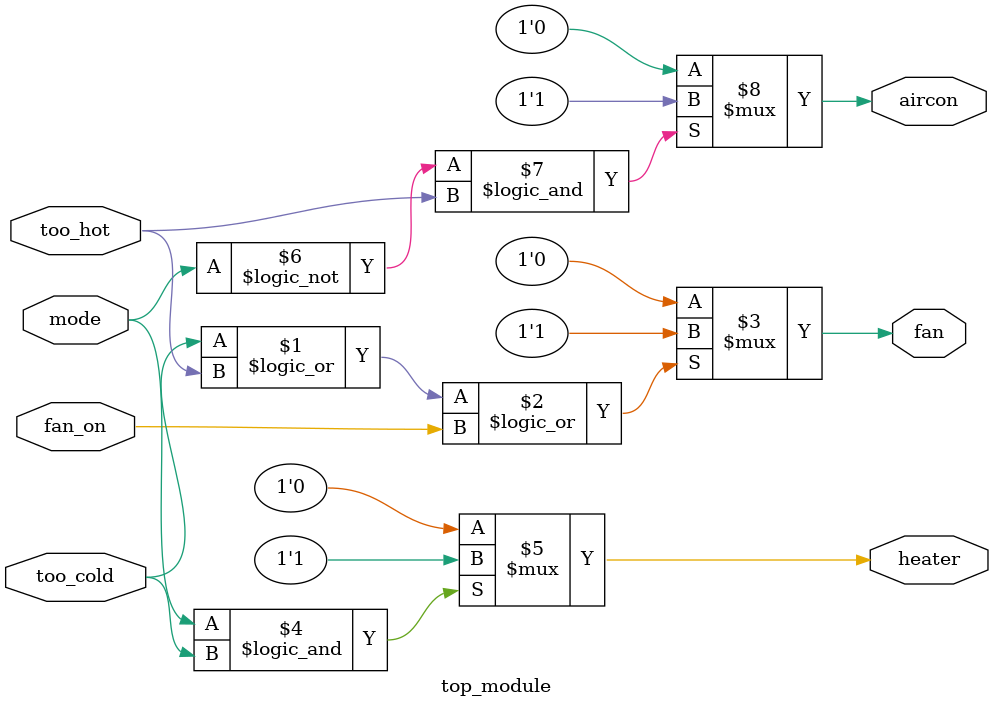
<source format=sv>
module top_module(
	input mode,
	input too_cold, 
	input too_hot,
	input fan_on,
	output heater,
	output aircon,
	output fan
);

	// Internal wire declarations
	wire fan;
	wire heater;
	wire aircon;

	// Fan control
	assign fan = (too_cold || too_hot || fan_on) ? 1'b1 : 1'b0;

	// Heater control
	assign heater = (mode && too_cold) ? 1'b1 : 1'b0;

	// Air conditioner control
	assign aircon = (!mode && too_hot) ? 1'b1 : 1'b0;
endmodule

</source>
